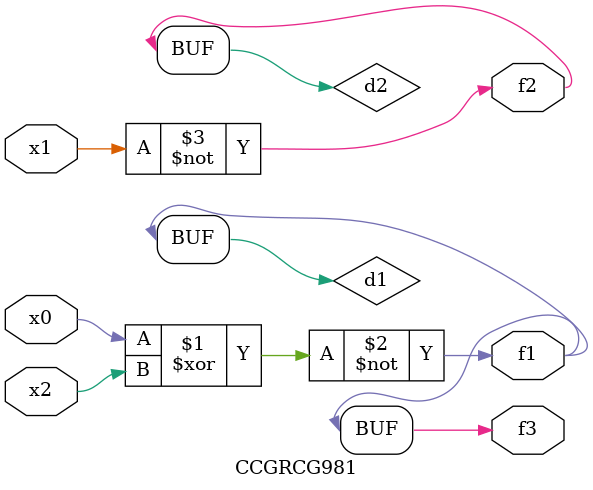
<source format=v>
module CCGRCG981(
	input x0, x1, x2,
	output f1, f2, f3
);

	wire d1, d2, d3;

	xnor (d1, x0, x2);
	nand (d2, x1);
	nor (d3, x1, x2);
	assign f1 = d1;
	assign f2 = d2;
	assign f3 = d1;
endmodule

</source>
